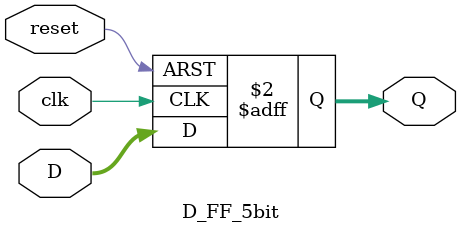
<source format=v>
module D_FF_5bit(
  input [4:0] D,
  input clk,
  input reset,
  output reg [4:0] Q
);
  always @(posedge clk or posedge reset) begin
    if (reset)
      Q <= 5'b00000;
    else
      Q <= D;
  end
endmodule
</source>
